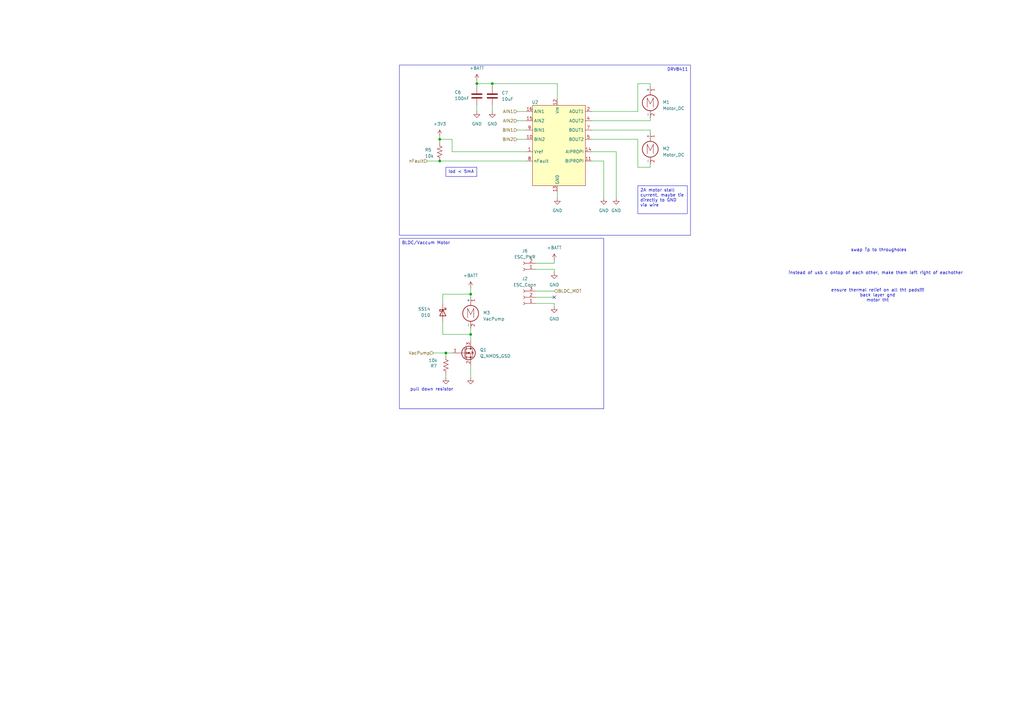
<source format=kicad_sch>
(kicad_sch (version 20231120) (generator "eeschema") (generator_version "8.0")
  (paper "A3")
  (lib_symbols
    (symbol "Connector:Conn_01x02_Socket" (pin_names (offset 1.016) hide)
      (property "Reference" "J" (at 0 2.54 0))
      (property "Value" "Conn_01x02_Socket" (at 0 -5.08 0))
      (symbol "Conn_01x02_Socket_1_1"
        (arc (start 0 -2.032) (mid -0.5058 -2.54) (end 0 -3.048) (stroke (width 0.1524)))
        (polyline (pts (xy -1.27 -2.54) (xy -0.508 -2.54)) (stroke (width 0.1524)))
        (polyline (pts (xy -1.27 0) (xy -0.508 0)) (stroke (width 0.1524)))
        (arc (start 0 0.508) (mid -0.5058 0) (end 0 -0.508) (stroke (width 0.1524)))
        (pin passive line (at -5.08 0 0) (length 3.81) (name "Pin_1") (number "1"))
        (pin passive line (at -5.08 -2.54 0) (length 3.81) (name "Pin_2") (number "2"))
      )
    )
    (symbol "Connector:Conn_01x03_Socket" (pin_names (offset 1.016) hide)
      (property "Reference" "J" (at 0 5.08 0))
      (property "Value" "Conn_01x03_Socket" (at 0 -5.08 0))
      (symbol "Conn_01x03_Socket_1_1"
        (arc (start 0 -2.032) (mid -0.5058 -2.54) (end 0 -3.048) (stroke (width 0.1524)))
        (polyline (pts (xy -1.27 -2.54) (xy -0.508 -2.54)) (stroke (width 0.1524)))
        (polyline (pts (xy -1.27 0) (xy -0.508 0)) (stroke (width 0.1524)))
        (polyline (pts (xy -1.27 2.54) (xy -0.508 2.54)) (stroke (width 0.1524)))
        (arc (start 0 0.508) (mid -0.5058 0) (end 0 -0.508) (stroke (width 0.1524)))
        (arc (start 0 3.048) (mid -0.5058 2.54) (end 0 2.032) (stroke (width 0.1524)))
        (pin passive line (at -5.08 2.54 0) (length 3.81) (name "Pin_1") (number "1"))
        (pin passive line (at -5.08 0 0) (length 3.81) (name "Pin_2") (number "2"))
        (pin passive line (at -5.08 -2.54 0) (length 3.81) (name "Pin_3") (number "3"))
      )
    )
    (symbol "Device:C" (pin_numbers hide) (pin_names (offset 0.254))
      (property "Reference" "C" (at 0.635 2.54 0))
      (property "Value" "C" (at 0.635 -2.54 0))
      (symbol "C_0_1"
        (polyline (pts (xy -2.032 -0.762) (xy 2.032 -0.762)) (stroke (width 0.508)))
        (polyline (pts (xy -2.032 0.762) (xy 2.032 0.762)) (stroke (width 0.508)))
      )
      (symbol "C_1_1"
        (pin passive line (at 0 3.81 270) (length 2.794) (name "~") (number "1"))
        (pin passive line (at 0 -3.81 90) (length 2.794) (name "~") (number "2"))
      )
    )
    (symbol "Device:Q_NMOS_GSD" (pin_names (offset 0) hide)
      (property "Reference" "Q" (at 5.08 1.27 0))
      (property "Value" "Q_NMOS_GSD" (at 5.08 -1.27 0))
      (symbol "Q_NMOS_GSD_0_1"
        (polyline (pts (xy 0.254 0) (xy -2.54 0)))
        (polyline (pts (xy 0.254 1.905) (xy 0.254 -1.905)) (stroke (width 0.254)))
        (polyline (pts (xy 0.762 -1.27) (xy 0.762 -2.286)) (stroke (width 0.254)))
        (polyline (pts (xy 0.762 0.508) (xy 0.762 -0.508)) (stroke (width 0.254)))
        (polyline (pts (xy 0.762 2.286) (xy 0.762 1.27)) (stroke (width 0.254)))
        (polyline (pts (xy 2.54 2.54) (xy 2.54 1.778)))
        (polyline (pts (xy 2.54 -2.54) (xy 2.54 0) (xy 0.762 0)))
        (polyline (pts (xy 0.762 -1.778) (xy 3.302 -1.778) (xy 3.302 1.778) (xy 0.762 1.778)))
        (polyline (pts (xy 1.016 0) (xy 2.032 0.381) (xy 2.032 -0.381) (xy 1.016 0)) (fill (type outline)))
        (polyline (pts (xy 2.794 0.508) (xy 2.921 0.381) (xy 3.683 0.381) (xy 3.81 0.254)))
        (polyline (pts (xy 3.302 0.381) (xy 2.921 -0.254) (xy 3.683 -0.254) (xy 3.302 0.381)))
        (circle (center 1.651 0) (radius 2.794) (stroke (width 0.254)))
        (circle (center 2.54 -1.778) (radius 0.254) (fill (type outline)))
        (circle (center 2.54 1.778) (radius 0.254) (fill (type outline)))
      )
      (symbol "Q_NMOS_GSD_1_1"
        (pin input line (at -5.08 0 0) (length 2.54) (name "G") (number "1"))
        (pin passive line (at 2.54 -5.08 90) (length 2.54) (name "S") (number "2"))
        (pin passive line (at 2.54 5.08 270) (length 2.54) (name "D") (number "3"))
      )
    )
    (symbol "Device:R_US" (pin_numbers hide) (pin_names (offset 0))
      (property "Reference" "R" (at 2.54 0 90))
      (property "Value" "R_US" (at -2.54 0 90))
      (symbol "R_US_0_1"
        (polyline (pts (xy 0 -2.286) (xy 0 -2.54)))
        (polyline (pts (xy 0 2.286) (xy 0 2.54)))
        (polyline (pts (xy 0 -0.762) (xy 1.016 -1.143) (xy 0 -1.524) (xy -1.016 -1.905) (xy 0 -2.286)))
        (polyline (pts (xy 0 0.762) (xy 1.016 0.381) (xy 0 0) (xy -1.016 -0.381) (xy 0 -0.762)))
        (polyline (pts (xy 0 2.286) (xy 1.016 1.905) (xy 0 1.524) (xy -1.016 1.143) (xy 0 0.762)))
      )
      (symbol "R_US_1_1"
        (pin passive line (at 0 3.81 270) (length 1.27) (name "~") (number "1"))
        (pin passive line (at 0 -3.81 90) (length 1.27) (name "~") (number "2"))
      )
    )
    (symbol "Diode:SS14" (pin_numbers hide) (pin_names (offset 1.016) hide)
      (property "Reference" "D" (at 0 2.54 0))
      (property "Value" "SS14" (at 0 -2.54 0))
      (symbol "SS14_0_1"
        (polyline (pts (xy 1.27 0) (xy -1.27 0)))
        (polyline (pts (xy 1.27 1.27) (xy 1.27 -1.27) (xy -1.27 0) (xy 1.27 1.27)) (stroke (width 0.254)))
        (polyline (pts (xy -1.905 0.635) (xy -1.905 1.27) (xy -1.27 1.27) (xy -1.27 -1.27) (xy -0.635 -1.27) (xy -0.635 -0.635)) (stroke (width 0.254)))
      )
      (symbol "SS14_1_1"
        (pin passive line (at -3.81 0 0) (length 2.54) (name "K") (number "1"))
        (pin passive line (at 3.81 0 180) (length 2.54) (name "A") (number "2"))
      )
    )
    (symbol "Motor:Motor_DC" (pin_names (offset 0))
      (property "Reference" "M" (at 2.54 2.54 0))
      (property "Value" "Motor_DC" (at 2.54 -5.08 0))
      (symbol "Motor_DC_0_0"
        (polyline (pts (xy -1.27 -3.302) (xy -1.27 0.508) (xy 0 -2.032) (xy 1.27 0.508) (xy 1.27 -3.302)))
      )
      (symbol "Motor_DC_0_1"
        (circle (center 0 -1.524) (radius 3.2512) (stroke (width 0.254)))
        (polyline (pts (xy 0 -7.62) (xy 0 -7.112)))
        (polyline (pts (xy 0 -4.7752) (xy 0 -5.1816)))
        (polyline (pts (xy 0 1.7272) (xy 0 2.0828)))
        (polyline (pts (xy 0 2.032) (xy 0 2.54)))
      )
      (symbol "Motor_DC_1_1"
        (pin passive line (at 0 5.08 270) (length 2.54) (name "+") (number "1"))
        (pin passive line (at 0 -7.62 90) (length 2.54) (name "-") (number "2"))
      )
    )
    (symbol "custom:drv8411a"
      (property "Reference" "U" (at -8.636 1.524 0))
      (symbol "drv8411a_1_1"
        (rectangle (start -10.16 0) (end 11.43 -33.02) (fill (type background)))
        (pin input line (at -12.7 -19.05 0) (length 2.54) (name "Vref") (number "1"))
        (pin input line (at -12.7 -13.97 0) (length 2.54) (name "BIN2") (number "10"))
        (pin input line (at 13.97 -22.86 180) (length 2.54) (name "BIPROPI") (number "11"))
        (pin input line (at 0 2.54 270) (length 2.54) (name "Vm") (number "12"))
        (pin input line (at 0 -35.56 90) (length 2.54) (name "GND") (number "13"))
        (pin input line (at 13.97 -19.05 180) (length 2.54) (name "AIPROPI") (number "14"))
        (pin input line (at -12.7 -6.35 0) (length 2.54) (name "AIN2") (number "15"))
        (pin input line (at -12.7 -2.54 0) (length 2.54) (name "AIN1") (number "16"))
        (pin input line (at 0 -35.56 90) (length 2.54) hide (name "BODYGND") (number "19"))
        (pin input line (at 13.97 -2.54 180) (length 2.54) (name "AOUT1") (number "2"))
        (pin input line (at 0 -35.56 90) (length 2.54) hide (name "PGNDA") (number "3"))
        (pin input line (at 13.97 -6.35 180) (length 2.54) (name "AOUT2") (number "4"))
        (pin input line (at 13.97 -13.97 180) (length 2.54) (name "BOUT2") (number "5"))
        (pin input line (at 0 -35.56 90) (length 2.54) hide (name "PGNDB") (number "6"))
        (pin input line (at 13.97 -10.16 180) (length 2.54) (name "BOUT1") (number "7"))
        (pin input line (at -12.7 -22.86 0) (length 2.54) (name "nFault") (number "8"))
        (pin input line (at -12.7 -10.16 0) (length 2.54) (name "BIN1") (number "9"))
      )
    )
    (symbol "power:+3V3" (power) (pin_numbers hide) (pin_names (offset 0) hide)
      (property "Value" "+3V3" (at 0 3.556 0))
      (symbol "+3V3_0_1"
        (polyline (pts (xy -0.762 1.27) (xy 0 2.54)))
        (polyline (pts (xy 0 0) (xy 0 2.54)))
        (polyline (pts (xy 0 2.54) (xy 0.762 1.27)))
      )
      (symbol "+3V3_1_1"
        (pin power_in line (at 0 0 90) (length 0) (name "~") (number "1"))
      )
    )
    (symbol "power:+BATT" (power) (pin_numbers hide) (pin_names (offset 0) hide)
      (property "Value" "+BATT" (at 0 3.556 0))
      (symbol "+BATT_0_1"
        (polyline (pts (xy -0.762 1.27) (xy 0 2.54)))
        (polyline (pts (xy 0 0) (xy 0 2.54)))
        (polyline (pts (xy 0 2.54) (xy 0.762 1.27)))
      )
      (symbol "+BATT_1_1"
        (pin power_in line (at 0 0 90) (length 0) (name "~") (number "1"))
      )
    )
    (symbol "power:GND" (power) (pin_numbers hide) (pin_names (offset 0) hide)
      (property "Value" "GND" (at 0 -3.81 0))
      (symbol "GND_0_1"
        (polyline (pts (xy 0 0) (xy 0 -1.27) (xy 1.27 -1.27) (xy 0 -2.54) (xy -1.27 -1.27) (xy 0 -1.27)))
      )
      (symbol "GND_1_1"
        (pin power_in line (at 0 0 270) (length 0) (name "~") (number "1"))
      )
    )
  )
  (junction (at 193.04 137.16))
  (junction (at 201.93 34.29))
  (junction (at 182.88 144.78))
  (junction (at 195.58 34.29))
  (junction (at 193.04 120.65))
  (junction (at 180.34 57.15))
  (junction (at 180.34 66.04))
  (no_connect (at 227.33 121.92))
  (wire (pts (xy 182.88 144.78) (xy 185.42 144.78)))
  (wire (pts (xy 219.71 121.92) (xy 227.33 121.92)))
  (wire (pts (xy 228.6 34.29) (xy 201.93 34.29)))
  (wire (pts (xy 185.42 57.15) (xy 180.34 57.15)))
  (wire (pts (xy 247.65 66.04) (xy 247.65 81.28)))
  (wire (pts (xy 193.04 149.86) (xy 193.04 154.94)))
  (wire (pts (xy 252.73 62.23) (xy 252.73 81.28)))
  (wire (pts (xy 193.04 137.16) (xy 193.04 139.7)))
  (wire (pts (xy 212.09 49.53) (xy 215.9 49.53)))
  (wire (pts (xy 185.42 62.23) (xy 185.42 57.15)))
  (wire (pts (xy 266.7 34.29) (xy 266.7 35.56)))
  (wire (pts (xy 201.93 34.29) (xy 201.93 35.56)))
  (wire (pts (xy 212.09 53.34) (xy 215.9 53.34)))
  (wire (pts (xy 242.57 49.53) (xy 266.7 49.53)))
  (wire (pts (xy 181.61 137.16) (xy 193.04 137.16)))
  (wire (pts (xy 177.8 144.78) (xy 182.88 144.78)))
  (wire (pts (xy 219.71 110.49) (xy 227.33 110.49)))
  (wire (pts (xy 219.71 119.38) (xy 227.33 119.38)))
  (wire (pts (xy 228.6 34.29) (xy 228.6 40.64)))
  (wire (pts (xy 181.61 124.46) (xy 181.61 120.65)))
  (wire (pts (xy 180.34 55.88) (xy 180.34 57.15)))
  (wire (pts (xy 266.7 49.53) (xy 266.7 48.26)))
  (wire (pts (xy 242.57 53.34) (xy 266.7 53.34)))
  (wire (pts (xy 195.58 43.18) (xy 195.58 45.72)))
  (wire (pts (xy 182.88 153.67) (xy 182.88 154.94)))
  (wire (pts (xy 242.57 45.72) (xy 261.62 45.72)))
  (wire (pts (xy 261.62 57.15) (xy 261.62 68.58)))
  (wire (pts (xy 242.57 66.04) (xy 247.65 66.04)))
  (wire (pts (xy 193.04 118.11) (xy 193.04 120.65)))
  (wire (pts (xy 180.34 57.15) (xy 180.34 58.42)))
  (wire (pts (xy 193.04 134.62) (xy 193.04 137.16)))
  (wire (pts (xy 181.61 120.65) (xy 193.04 120.65)))
  (wire (pts (xy 228.6 78.74) (xy 228.6 81.28)))
  (wire (pts (xy 193.04 120.65) (xy 193.04 121.92)))
  (wire (pts (xy 181.61 132.08) (xy 181.61 137.16)))
  (wire (pts (xy 182.88 144.78) (xy 182.88 146.05)))
  (wire (pts (xy 227.33 110.49) (xy 227.33 111.76)))
  (wire (pts (xy 212.09 45.72) (xy 215.9 45.72)))
  (wire (pts (xy 215.9 62.23) (xy 185.42 62.23)))
  (wire (pts (xy 180.34 66.04) (xy 215.9 66.04)))
  (wire (pts (xy 261.62 45.72) (xy 261.62 34.29)))
  (wire (pts (xy 261.62 68.58) (xy 266.7 68.58)))
  (wire (pts (xy 242.57 62.23) (xy 252.73 62.23)))
  (wire (pts (xy 195.58 33.02) (xy 195.58 34.29)))
  (wire (pts (xy 212.09 57.15) (xy 215.9 57.15)))
  (wire (pts (xy 261.62 34.29) (xy 266.7 34.29)))
  (wire (pts (xy 266.7 68.58) (xy 266.7 67.31)))
  (wire (pts (xy 242.57 57.15) (xy 261.62 57.15)))
  (wire (pts (xy 201.93 43.18) (xy 201.93 45.72)))
  (wire (pts (xy 175.26 66.04) (xy 180.34 66.04)))
  (wire (pts (xy 219.71 107.95) (xy 227.33 107.95)))
  (wire (pts (xy 219.71 124.46) (xy 227.33 124.46)))
  (wire (pts (xy 266.7 53.34) (xy 266.7 54.61)))
  (wire (pts (xy 227.33 124.46) (xy 227.33 125.73)))
  (wire (pts (xy 195.58 35.56) (xy 195.58 34.29)))
  (wire (pts (xy 227.33 107.95) (xy 227.33 106.68)))
  (wire (pts (xy 201.93 34.29) (xy 195.58 34.29)))
  (text_box "Iod < 5mA\n" (at 182.88 68.58 0) (size 12.7 3.81) (effects (font (size 1.27 1.27)) (justify left top)))
  (text_box "2A motor stall current, maybe tie directly to GND\nvia wire " (at 261.62 76.2 0) (size 20.32 11.43) (effects (font (size 1.27 1.27)) (justify left top)))
  (text_box "DRV8411\n" (at 163.83 26.67 0) (size 119.38 69.85) (effects (font (size 1.27 1.27)) (justify right top)))
  (text_box "BLDC/Vaccum Motor\n" (at 163.83 97.79 0) (size 83.82 69.85) (effects (font (size 1.27 1.27)) (justify left top)))
  (text "instead of usb c ontop of each other, make them left right of eachother" (at 359.156 112.014 0) (effects (font (size 1.27 1.27))))
  (text "pull down resistor \n" (at 177.546 159.766 0) (effects (font (size 1.27 1.27))))
  (text "ensure thermal relief on all tht pads!!! \nback layer gnd \nmotor tht " (at 360.426 121.158 0) (effects (font (size 1.27 1.27))))
  (text "swap Tp to througholes" (at 360.426 102.616 0) (effects (font (size 1.27 1.27))))
  (hierarchical_label "nFault" (shape input) (at 175.26 66.04 180))
  (hierarchical_label "BIN2" (shape input) (at 212.09 57.15 180))
  (hierarchical_label "BLDC_MOT" (shape input) (at 227.33 119.38 0))
  (hierarchical_label "AIN2" (shape input) (at 212.09 49.53 180))
  (hierarchical_label "VacPump" (shape input) (at 177.8 144.78 180))
  (hierarchical_label "BIN1" (shape input) (at 212.09 53.34 180))
  (hierarchical_label "AIN1" (shape input) (at 212.09 45.72 180))
  (symbol (lib_id "power:+BATT") (at 193.04 118.11 0) (unit 1)
    (property "Reference" "#PWR031" (effects (hide yes)))
    (property "Value" "+BATT" (at 193.04 113.03 0))
    (property "Description" "Power symbol creates a global label with name \"+BATT\"" (effects (hide yes)))
  )
  (symbol (lib_id "power:GND") (at 227.33 125.73 0) (unit 1)
    (property "Reference" "#PWR07" (effects (hide yes)))
    (property "Value" "GND" (at 227.33 130.81 0))
    (property "Description" "Power symbol creates a global label with name \"GND\" , ground" (effects (hide yes)))
  )
  (symbol (lib_id "power:GND") (at 201.93 45.72 0) (unit 1)
    (property "Reference" "#PWR018" (effects (hide yes)))
    (property "Value" "GND" (at 201.93 50.8 0))
    (property "Description" "Power symbol creates a global label with name \"GND\" , ground" (effects (hide yes)))
  )
  (symbol (lib_id "power:GND") (at 227.33 111.76 0) (unit 1)
    (property "Reference" "#PWR061" (effects (hide yes)))
    (property "Value" "GND" (at 227.33 116.84 0))
    (property "Description" "Power symbol creates a global label with name \"GND\" , ground" (effects (hide yes)))
  )
  (symbol (lib_id "power:+BATT") (at 195.58 33.02 0) (unit 1)
    (property "Reference" "#PWR09" (effects (hide yes)))
    (property "Value" "+BATT" (at 195.58 27.94 0))
    (property "Description" "Power symbol creates a global label with name \"+BATT\"" (effects (hide yes)))
  )
  (symbol (lib_id "Device:R_US") (at 180.34 62.23 0) (unit 1)
    (property "Reference" "R5" (at 174.244 61.468 0) (effects (justify left)))
    (property "Value" "10k" (at 174.244 64.008 0) (effects (justify left)))
    (property "Footprint" "Resistor_SMD:R_0603_1608Metric" (effects (hide yes)))
    (property "Description" "Resistor, US symbol" (effects (hide yes)))
    (property "MANUFACTURER" "RN73C1J10KBTD" (effects (hide yes)))
  )
  (symbol (lib_id "Device:C") (at 195.58 39.37 0) (unit 1)
    (property "Reference" "C6" (at 186.436 37.846 0) (effects (justify left)))
    (property "Value" "100nF" (at 186.436 40.386 0) (effects (justify left)))
    (property "Footprint" "Capacitor_SMD:C_0603_1608Metric_Pad1.08x0.95mm_HandSolder" (effects (hide yes)))
    (property "Description" "Unpolarized capacitor" (effects (hide yes)))
    (property "MANUFACTURER" "KAM15AR71C104KM" (effects (hide yes)))
  )
  (symbol (lib_id "power:+3V3") (at 180.34 55.88 0) (unit 1)
    (property "Reference" "#PWR013" (effects (hide yes)))
    (property "Value" "+3V3" (at 180.34 50.8 0))
    (property "Description" "Power symbol creates a global label with name \"+3V3\"" (effects (hide yes)))
  )
  (symbol (lib_id "Connector:Conn_01x02_Socket") (at 214.63 110.49 180) (unit 1) (in_bom no)
    (property "Reference" "J6" (at 215.265 102.87 0))
    (property "Value" "ESC_PWR" (at 215.265 105.41 0))
    (property "Footprint" "Connector_PinSocket_2.54mm:PinSocket_1x02_P2.54mm_Vertical" (effects (hide yes)))
    (property "Description" "Generic connector, single row, 01x02, script generated" (effects (hide yes)))
    (property "MANUFACTURER" "X" (effects (hide yes)))
  )
  (symbol (lib_id "Device:R_US") (at 182.88 149.86 180) (unit 1)
    (property "Reference" "R7" (at 176.53 150.114 0) (effects (justify right)))
    (property "Value" "10k" (at 175.768 147.828 0) (effects (justify right)))
    (property "Footprint" "Resistor_SMD:R_0603_1608Metric" (effects (hide yes)))
    (property "Description" "Resistor, US symbol" (effects (hide yes)))
    (property "MANUFACTURER" " CRCW06032K70DHEAP " (effects (hide yes)))
  )
  (symbol (lib_id "Device:C") (at 201.93 39.37 0) (unit 1)
    (property "Reference" "C7" (at 205.74 38.0999 0) (effects (justify left)))
    (property "Value" "10uF" (at 205.74 40.6399 0) (effects (justify left)))
    (property "Footprint" "Capacitor_SMD:C_0603_1608Metric_Pad1.08x0.95mm_HandSolder" (effects (hide yes)))
    (property "Description" "Unpolarized capacitor" (effects (hide yes)))
    (property "MANUFACTURER" "0603YD106MAT2A" (effects (hide yes)))
  )
  (symbol (lib_id "Motor:Motor_DC") (at 266.7 40.64 0) (unit 1) (in_bom no)
    (property "Reference" "M1" (at 271.78 41.9099 0) (effects (justify left)))
    (property "Value" "Motor_DC" (at 271.78 44.4499 0) (effects (justify left)))
    (property "Footprint" "Connector_PinHeader_2.54mm:PinHeader_1x02_P2.54mm_Vertical" (effects (hide yes)))
    (property "Datasheet" "https://repeat-robotics.com/buy/brushed/" (effects (hide yes)))
    (property "Description" "DC Motor" (effects (hide yes)))
    (property "MANUFACTURER" "X" (effects (hide yes)))
  )
  (symbol (lib_id "power:+BATT") (at 227.33 106.68 0) (unit 1)
    (property "Reference" "#PWR060" (effects (hide yes)))
    (property "Value" "+BATT" (at 227.33 101.6 0))
    (property "Description" "Power symbol creates a global label with name \"+BATT\"" (effects (hide yes)))
  )
  (symbol (lib_id "Connector:Conn_01x03_Socket") (at 214.63 121.92 180) (unit 1) (in_bom no)
    (property "Reference" "J2" (at 215.265 114.3 0))
    (property "Value" "ESC_Conn" (at 215.265 116.84 0))
    (property "Footprint" "Connector_PinHeader_2.54mm:PinHeader_1x03_P2.54mm_Horizontal" (effects (hide yes)))
    (property "Description" "Generic connector, single row, 01x03, script generated" (effects (hide yes)))
    (property "MANUFACTURER" "X" (effects (hide yes)))
  )
  (symbol (lib_id "power:GND") (at 193.04 154.94 0) (unit 1)
    (property "Reference" "#PWR058" (effects (hide yes)))
    (property "Value" "GND" (effects (hide yes)))
    (property "Description" "Power symbol creates a global label with name \"GND\" , ground" (effects (hide yes)))
  )
  (symbol (lib_id "power:GND") (at 228.6 81.28 0) (unit 1)
    (property "Reference" "#PWR014" (effects (hide yes)))
    (property "Value" "GND" (at 228.6 86.36 0))
    (property "Description" "Power symbol creates a global label with name \"GND\" , ground" (effects (hide yes)))
  )
  (symbol (lib_id "power:GND") (at 182.88 154.94 0) (unit 1)
    (property "Reference" "#PWR08" (effects (hide yes)))
    (property "Value" "GND" (effects (hide yes)))
    (property "Description" "Power symbol creates a global label with name \"GND\" , ground" (effects (hide yes)))
  )
  (symbol (lib_id "Motor:Motor_DC") (at 266.7 59.69 0) (unit 1) (in_bom no)
    (property "Reference" "M2" (at 271.78 60.9599 0) (effects (justify left)))
    (property "Value" "Motor_DC" (at 271.78 63.4999 0) (effects (justify left)))
    (property "Footprint" "Connector_PinHeader_2.54mm:PinHeader_1x02_P2.54mm_Vertical" (effects (hide yes)))
    (property "Datasheet" "https://repeat-robotics.com/buy/brushed/" (effects (hide yes)))
    (property "Description" "DC Motor" (effects (hide yes)))
    (property "MANUFACTURER" "X" (effects (hide yes)))
  )
  (symbol (lib_id "custom:drv8411a") (at 228.6 43.18 0) (unit 1)
    (property "Reference" "U2" (at 219.456 41.91 0))
    (property "Value" "DRV8411A" (effects (hide yes)))
    (property "Footprint" "customFootprints:TSSOP-DRV8411A" (effects (hide yes)))
    (property "Datasheet" "https://www.ti.com/product/DRV8411A#order-quality" (effects (hide yes)))
    (property "Description" "HSSOP Form" (effects (hide yes)))
    (property "MANUFACTURER" "DRV8411APWPR " (effects (hide yes)))
  )
  (symbol (lib_id "Motor:Motor_DC") (at 193.04 127 0) (unit 1) (in_bom no)
    (property "Reference" "M3" (at 198.12 128.2699 0) (effects (justify left)))
    (property "Value" "VacPump" (at 198.12 130.8099 0) (effects (justify left)))
    (property "Footprint" "Connector_PinHeader_2.54mm:PinHeader_1x02_P2.54mm_Vertical" (effects (hide yes)))
    (property "Datasheet" "https://repeat-robotics.com/buy/brushed/" (effects (hide yes)))
    (property "Description" "DC Motor" (effects (hide yes)))
    (property "MANUFACTURER" "X" (effects (hide yes)))
  )
  (symbol (lib_id "power:GND") (at 195.58 45.72 0) (unit 1)
    (property "Reference" "#PWR016" (effects (hide yes)))
    (property "Value" "GND" (at 195.58 50.8 0))
    (property "Description" "Power symbol creates a global label with name \"GND\" , ground" (effects (hide yes)))
  )
  (symbol (lib_id "power:GND") (at 247.65 81.28 0) (unit 1)
    (property "Reference" "#PWR015" (effects (hide yes)))
    (property "Value" "GND" (at 247.65 86.36 0))
    (property "Description" "Power symbol creates a global label with name \"GND\" , ground" (effects (hide yes)))
  )
  (symbol (lib_id "Diode:SS14") (at 181.61 128.27 270) (unit 1)
    (property "Reference" "D10" (at 176.53 129.286 90) (effects (justify right)))
    (property "Value" "SS14" (at 176.53 126.746 90) (effects (justify right)))
    (property "Footprint" "Diode_SMD:D_SMA" (effects (hide yes)))
    (property "Datasheet" "https://www.vishay.com/docs/88746/ss12.pdf" (effects (hide yes)))
    (property "Description" "40V 1A Schottky Diode, SMA" (effects (hide yes)))
    (property "MANUFACTURER" " VS-20MQ100NTRPBF " (effects (hide yes)))
  )
  (symbol (lib_id "Device:Q_NMOS_GSD") (at 190.5 144.78 0) (unit 1)
    (property "Reference" "Q1" (at 196.85 143.5099 0) (effects (justify left)))
    (property "Value" "Q_NMOS_GSD" (at 196.85 146.0499 0) (effects (justify left)))
    (property "Footprint" "Package_TO_SOT_SMD:SOT-23-3" (effects (hide yes)))
    (property "Description" "N-MOSFET transistor, gate/source/drain" (effects (hide yes)))
    (property "MANUFACTURER" " SQ2308FES-T1_GE3 " (effects (hide yes)))
  )
  (symbol (lib_id "power:GND") (at 252.73 81.28 0) (unit 1)
    (property "Reference" "#PWR017" (effects (hide yes)))
    (property "Value" "GND" (at 252.73 86.36 0))
    (property "Description" "Power symbol creates a global label with name \"GND\" , ground" (effects (hide yes)))
  )
)
</source>
